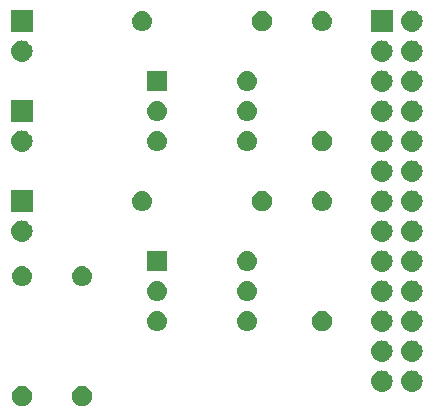
<source format=gbr>
G04 #@! TF.GenerationSoftware,KiCad,Pcbnew,(5.1.4)-1*
G04 #@! TF.CreationDate,2019-10-23T00:51:14+02:00*
G04 #@! TF.ProjectId,rpi_rpm,7270695f-7270-46d2-9e6b-696361645f70,rev?*
G04 #@! TF.SameCoordinates,Original*
G04 #@! TF.FileFunction,Soldermask,Top*
G04 #@! TF.FilePolarity,Negative*
%FSLAX46Y46*%
G04 Gerber Fmt 4.6, Leading zero omitted, Abs format (unit mm)*
G04 Created by KiCad (PCBNEW (5.1.4)-1) date 2019-10-23 00:51:14*
%MOMM*%
%LPD*%
G04 APERTURE LIST*
%ADD10C,0.150000*%
G04 APERTURE END LIST*
D10*
G36*
X142488228Y-98241703D02*
G01*
X142643100Y-98305853D01*
X142782481Y-98398985D01*
X142901015Y-98517519D01*
X142994147Y-98656900D01*
X143058297Y-98811772D01*
X143091000Y-98976184D01*
X143091000Y-99143816D01*
X143058297Y-99308228D01*
X142994147Y-99463100D01*
X142901015Y-99602481D01*
X142782481Y-99721015D01*
X142643100Y-99814147D01*
X142488228Y-99878297D01*
X142323816Y-99911000D01*
X142156184Y-99911000D01*
X141991772Y-99878297D01*
X141836900Y-99814147D01*
X141697519Y-99721015D01*
X141578985Y-99602481D01*
X141485853Y-99463100D01*
X141421703Y-99308228D01*
X141389000Y-99143816D01*
X141389000Y-98976184D01*
X141421703Y-98811772D01*
X141485853Y-98656900D01*
X141578985Y-98517519D01*
X141697519Y-98398985D01*
X141836900Y-98305853D01*
X141991772Y-98241703D01*
X142156184Y-98209000D01*
X142323816Y-98209000D01*
X142488228Y-98241703D01*
X142488228Y-98241703D01*
G37*
G36*
X137408228Y-98241703D02*
G01*
X137563100Y-98305853D01*
X137702481Y-98398985D01*
X137821015Y-98517519D01*
X137914147Y-98656900D01*
X137978297Y-98811772D01*
X138011000Y-98976184D01*
X138011000Y-99143816D01*
X137978297Y-99308228D01*
X137914147Y-99463100D01*
X137821015Y-99602481D01*
X137702481Y-99721015D01*
X137563100Y-99814147D01*
X137408228Y-99878297D01*
X137243816Y-99911000D01*
X137076184Y-99911000D01*
X136911772Y-99878297D01*
X136756900Y-99814147D01*
X136617519Y-99721015D01*
X136498985Y-99602481D01*
X136405853Y-99463100D01*
X136341703Y-99308228D01*
X136309000Y-99143816D01*
X136309000Y-98976184D01*
X136341703Y-98811772D01*
X136405853Y-98656900D01*
X136498985Y-98517519D01*
X136617519Y-98398985D01*
X136756900Y-98305853D01*
X136911772Y-98241703D01*
X137076184Y-98209000D01*
X137243816Y-98209000D01*
X137408228Y-98241703D01*
X137408228Y-98241703D01*
G37*
G36*
X170290442Y-96895518D02*
G01*
X170356627Y-96902037D01*
X170526466Y-96953557D01*
X170682991Y-97037222D01*
X170718729Y-97066552D01*
X170820186Y-97149814D01*
X170903448Y-97251271D01*
X170932778Y-97287009D01*
X171016443Y-97443534D01*
X171067963Y-97613373D01*
X171085359Y-97790000D01*
X171067963Y-97966627D01*
X171016443Y-98136466D01*
X170932778Y-98292991D01*
X170922223Y-98305852D01*
X170820186Y-98430186D01*
X170718729Y-98513448D01*
X170682991Y-98542778D01*
X170526466Y-98626443D01*
X170356627Y-98677963D01*
X170290442Y-98684482D01*
X170224260Y-98691000D01*
X170135740Y-98691000D01*
X170069558Y-98684482D01*
X170003373Y-98677963D01*
X169833534Y-98626443D01*
X169677009Y-98542778D01*
X169641271Y-98513448D01*
X169539814Y-98430186D01*
X169437777Y-98305852D01*
X169427222Y-98292991D01*
X169343557Y-98136466D01*
X169292037Y-97966627D01*
X169274641Y-97790000D01*
X169292037Y-97613373D01*
X169343557Y-97443534D01*
X169427222Y-97287009D01*
X169456552Y-97251271D01*
X169539814Y-97149814D01*
X169641271Y-97066552D01*
X169677009Y-97037222D01*
X169833534Y-96953557D01*
X170003373Y-96902037D01*
X170069558Y-96895518D01*
X170135740Y-96889000D01*
X170224260Y-96889000D01*
X170290442Y-96895518D01*
X170290442Y-96895518D01*
G37*
G36*
X167750442Y-96895518D02*
G01*
X167816627Y-96902037D01*
X167986466Y-96953557D01*
X168142991Y-97037222D01*
X168178729Y-97066552D01*
X168280186Y-97149814D01*
X168363448Y-97251271D01*
X168392778Y-97287009D01*
X168476443Y-97443534D01*
X168527963Y-97613373D01*
X168545359Y-97790000D01*
X168527963Y-97966627D01*
X168476443Y-98136466D01*
X168392778Y-98292991D01*
X168382223Y-98305852D01*
X168280186Y-98430186D01*
X168178729Y-98513448D01*
X168142991Y-98542778D01*
X167986466Y-98626443D01*
X167816627Y-98677963D01*
X167750442Y-98684482D01*
X167684260Y-98691000D01*
X167595740Y-98691000D01*
X167529558Y-98684482D01*
X167463373Y-98677963D01*
X167293534Y-98626443D01*
X167137009Y-98542778D01*
X167101271Y-98513448D01*
X166999814Y-98430186D01*
X166897777Y-98305852D01*
X166887222Y-98292991D01*
X166803557Y-98136466D01*
X166752037Y-97966627D01*
X166734641Y-97790000D01*
X166752037Y-97613373D01*
X166803557Y-97443534D01*
X166887222Y-97287009D01*
X166916552Y-97251271D01*
X166999814Y-97149814D01*
X167101271Y-97066552D01*
X167137009Y-97037222D01*
X167293534Y-96953557D01*
X167463373Y-96902037D01*
X167529558Y-96895518D01*
X167595740Y-96889000D01*
X167684260Y-96889000D01*
X167750442Y-96895518D01*
X167750442Y-96895518D01*
G37*
G36*
X170290442Y-94355518D02*
G01*
X170356627Y-94362037D01*
X170526466Y-94413557D01*
X170682991Y-94497222D01*
X170718729Y-94526552D01*
X170820186Y-94609814D01*
X170903448Y-94711271D01*
X170932778Y-94747009D01*
X171016443Y-94903534D01*
X171067963Y-95073373D01*
X171085359Y-95250000D01*
X171067963Y-95426627D01*
X171016443Y-95596466D01*
X170932778Y-95752991D01*
X170903448Y-95788729D01*
X170820186Y-95890186D01*
X170718729Y-95973448D01*
X170682991Y-96002778D01*
X170526466Y-96086443D01*
X170356627Y-96137963D01*
X170290443Y-96144481D01*
X170224260Y-96151000D01*
X170135740Y-96151000D01*
X170069558Y-96144482D01*
X170003373Y-96137963D01*
X169833534Y-96086443D01*
X169677009Y-96002778D01*
X169641271Y-95973448D01*
X169539814Y-95890186D01*
X169456552Y-95788729D01*
X169427222Y-95752991D01*
X169343557Y-95596466D01*
X169292037Y-95426627D01*
X169274641Y-95250000D01*
X169292037Y-95073373D01*
X169343557Y-94903534D01*
X169427222Y-94747009D01*
X169456552Y-94711271D01*
X169539814Y-94609814D01*
X169641271Y-94526552D01*
X169677009Y-94497222D01*
X169833534Y-94413557D01*
X170003373Y-94362037D01*
X170069557Y-94355519D01*
X170135740Y-94349000D01*
X170224260Y-94349000D01*
X170290442Y-94355518D01*
X170290442Y-94355518D01*
G37*
G36*
X167750442Y-94355518D02*
G01*
X167816627Y-94362037D01*
X167986466Y-94413557D01*
X168142991Y-94497222D01*
X168178729Y-94526552D01*
X168280186Y-94609814D01*
X168363448Y-94711271D01*
X168392778Y-94747009D01*
X168476443Y-94903534D01*
X168527963Y-95073373D01*
X168545359Y-95250000D01*
X168527963Y-95426627D01*
X168476443Y-95596466D01*
X168392778Y-95752991D01*
X168363448Y-95788729D01*
X168280186Y-95890186D01*
X168178729Y-95973448D01*
X168142991Y-96002778D01*
X167986466Y-96086443D01*
X167816627Y-96137963D01*
X167750443Y-96144481D01*
X167684260Y-96151000D01*
X167595740Y-96151000D01*
X167529558Y-96144482D01*
X167463373Y-96137963D01*
X167293534Y-96086443D01*
X167137009Y-96002778D01*
X167101271Y-95973448D01*
X166999814Y-95890186D01*
X166916552Y-95788729D01*
X166887222Y-95752991D01*
X166803557Y-95596466D01*
X166752037Y-95426627D01*
X166734641Y-95250000D01*
X166752037Y-95073373D01*
X166803557Y-94903534D01*
X166887222Y-94747009D01*
X166916552Y-94711271D01*
X166999814Y-94609814D01*
X167101271Y-94526552D01*
X167137009Y-94497222D01*
X167293534Y-94413557D01*
X167463373Y-94362037D01*
X167529557Y-94355519D01*
X167595740Y-94349000D01*
X167684260Y-94349000D01*
X167750442Y-94355518D01*
X167750442Y-94355518D01*
G37*
G36*
X170290442Y-91815518D02*
G01*
X170356627Y-91822037D01*
X170526466Y-91873557D01*
X170682991Y-91957222D01*
X170718729Y-91986552D01*
X170820186Y-92069814D01*
X170900369Y-92167519D01*
X170932778Y-92207009D01*
X171016443Y-92363534D01*
X171067963Y-92533373D01*
X171085359Y-92710000D01*
X171067963Y-92886627D01*
X171016443Y-93056466D01*
X170932778Y-93212991D01*
X170903448Y-93248729D01*
X170820186Y-93350186D01*
X170718729Y-93433448D01*
X170682991Y-93462778D01*
X170526466Y-93546443D01*
X170356627Y-93597963D01*
X170290442Y-93604482D01*
X170224260Y-93611000D01*
X170135740Y-93611000D01*
X170069557Y-93604481D01*
X170003373Y-93597963D01*
X169833534Y-93546443D01*
X169677009Y-93462778D01*
X169641271Y-93433448D01*
X169539814Y-93350186D01*
X169456552Y-93248729D01*
X169427222Y-93212991D01*
X169343557Y-93056466D01*
X169292037Y-92886627D01*
X169274641Y-92710000D01*
X169292037Y-92533373D01*
X169343557Y-92363534D01*
X169427222Y-92207009D01*
X169459631Y-92167519D01*
X169539814Y-92069814D01*
X169641271Y-91986552D01*
X169677009Y-91957222D01*
X169833534Y-91873557D01*
X170003373Y-91822037D01*
X170069558Y-91815518D01*
X170135740Y-91809000D01*
X170224260Y-91809000D01*
X170290442Y-91815518D01*
X170290442Y-91815518D01*
G37*
G36*
X167750442Y-91815518D02*
G01*
X167816627Y-91822037D01*
X167986466Y-91873557D01*
X168142991Y-91957222D01*
X168178729Y-91986552D01*
X168280186Y-92069814D01*
X168360369Y-92167519D01*
X168392778Y-92207009D01*
X168476443Y-92363534D01*
X168527963Y-92533373D01*
X168545359Y-92710000D01*
X168527963Y-92886627D01*
X168476443Y-93056466D01*
X168392778Y-93212991D01*
X168363448Y-93248729D01*
X168280186Y-93350186D01*
X168178729Y-93433448D01*
X168142991Y-93462778D01*
X167986466Y-93546443D01*
X167816627Y-93597963D01*
X167750442Y-93604482D01*
X167684260Y-93611000D01*
X167595740Y-93611000D01*
X167529557Y-93604481D01*
X167463373Y-93597963D01*
X167293534Y-93546443D01*
X167137009Y-93462778D01*
X167101271Y-93433448D01*
X166999814Y-93350186D01*
X166916552Y-93248729D01*
X166887222Y-93212991D01*
X166803557Y-93056466D01*
X166752037Y-92886627D01*
X166734641Y-92710000D01*
X166752037Y-92533373D01*
X166803557Y-92363534D01*
X166887222Y-92207009D01*
X166919631Y-92167519D01*
X166999814Y-92069814D01*
X167101271Y-91986552D01*
X167137009Y-91957222D01*
X167293534Y-91873557D01*
X167463373Y-91822037D01*
X167529558Y-91815518D01*
X167595740Y-91809000D01*
X167684260Y-91809000D01*
X167750442Y-91815518D01*
X167750442Y-91815518D01*
G37*
G36*
X162808228Y-91891703D02*
G01*
X162963100Y-91955853D01*
X163102481Y-92048985D01*
X163221015Y-92167519D01*
X163314147Y-92306900D01*
X163378297Y-92461772D01*
X163411000Y-92626184D01*
X163411000Y-92793816D01*
X163378297Y-92958228D01*
X163314147Y-93113100D01*
X163221015Y-93252481D01*
X163102481Y-93371015D01*
X162963100Y-93464147D01*
X162808228Y-93528297D01*
X162643816Y-93561000D01*
X162476184Y-93561000D01*
X162311772Y-93528297D01*
X162156900Y-93464147D01*
X162017519Y-93371015D01*
X161898985Y-93252481D01*
X161805853Y-93113100D01*
X161741703Y-92958228D01*
X161709000Y-92793816D01*
X161709000Y-92626184D01*
X161741703Y-92461772D01*
X161805853Y-92306900D01*
X161898985Y-92167519D01*
X162017519Y-92048985D01*
X162156900Y-91955853D01*
X162311772Y-91891703D01*
X162476184Y-91859000D01*
X162643816Y-91859000D01*
X162808228Y-91891703D01*
X162808228Y-91891703D01*
G37*
G36*
X148756823Y-91871313D02*
G01*
X148917242Y-91919976D01*
X148984361Y-91955852D01*
X149065078Y-91998996D01*
X149194659Y-92105341D01*
X149301004Y-92234922D01*
X149301005Y-92234924D01*
X149380024Y-92382758D01*
X149428687Y-92543177D01*
X149445117Y-92710000D01*
X149428687Y-92876823D01*
X149380024Y-93037242D01*
X149339477Y-93113100D01*
X149301004Y-93185078D01*
X149194659Y-93314659D01*
X149065078Y-93421004D01*
X149065076Y-93421005D01*
X148917242Y-93500024D01*
X148756823Y-93548687D01*
X148631804Y-93561000D01*
X148548196Y-93561000D01*
X148423177Y-93548687D01*
X148262758Y-93500024D01*
X148114924Y-93421005D01*
X148114922Y-93421004D01*
X147985341Y-93314659D01*
X147878996Y-93185078D01*
X147840523Y-93113100D01*
X147799976Y-93037242D01*
X147751313Y-92876823D01*
X147734883Y-92710000D01*
X147751313Y-92543177D01*
X147799976Y-92382758D01*
X147878995Y-92234924D01*
X147878996Y-92234922D01*
X147985341Y-92105341D01*
X148114922Y-91998996D01*
X148195639Y-91955852D01*
X148262758Y-91919976D01*
X148423177Y-91871313D01*
X148548196Y-91859000D01*
X148631804Y-91859000D01*
X148756823Y-91871313D01*
X148756823Y-91871313D01*
G37*
G36*
X156376823Y-91871313D02*
G01*
X156537242Y-91919976D01*
X156604361Y-91955852D01*
X156685078Y-91998996D01*
X156814659Y-92105341D01*
X156921004Y-92234922D01*
X156921005Y-92234924D01*
X157000024Y-92382758D01*
X157048687Y-92543177D01*
X157065117Y-92710000D01*
X157048687Y-92876823D01*
X157000024Y-93037242D01*
X156959477Y-93113100D01*
X156921004Y-93185078D01*
X156814659Y-93314659D01*
X156685078Y-93421004D01*
X156685076Y-93421005D01*
X156537242Y-93500024D01*
X156376823Y-93548687D01*
X156251804Y-93561000D01*
X156168196Y-93561000D01*
X156043177Y-93548687D01*
X155882758Y-93500024D01*
X155734924Y-93421005D01*
X155734922Y-93421004D01*
X155605341Y-93314659D01*
X155498996Y-93185078D01*
X155460523Y-93113100D01*
X155419976Y-93037242D01*
X155371313Y-92876823D01*
X155354883Y-92710000D01*
X155371313Y-92543177D01*
X155419976Y-92382758D01*
X155498995Y-92234924D01*
X155498996Y-92234922D01*
X155605341Y-92105341D01*
X155734922Y-91998996D01*
X155815639Y-91955852D01*
X155882758Y-91919976D01*
X156043177Y-91871313D01*
X156168196Y-91859000D01*
X156251804Y-91859000D01*
X156376823Y-91871313D01*
X156376823Y-91871313D01*
G37*
G36*
X170290443Y-89275519D02*
G01*
X170356627Y-89282037D01*
X170526466Y-89333557D01*
X170682991Y-89417222D01*
X170718729Y-89446552D01*
X170820186Y-89529814D01*
X170903448Y-89631271D01*
X170932778Y-89667009D01*
X171016443Y-89823534D01*
X171067963Y-89993373D01*
X171085359Y-90170000D01*
X171067963Y-90346627D01*
X171016443Y-90516466D01*
X170932778Y-90672991D01*
X170903448Y-90708729D01*
X170820186Y-90810186D01*
X170718729Y-90893448D01*
X170682991Y-90922778D01*
X170526466Y-91006443D01*
X170356627Y-91057963D01*
X170290442Y-91064482D01*
X170224260Y-91071000D01*
X170135740Y-91071000D01*
X170069558Y-91064482D01*
X170003373Y-91057963D01*
X169833534Y-91006443D01*
X169677009Y-90922778D01*
X169641271Y-90893448D01*
X169539814Y-90810186D01*
X169456552Y-90708729D01*
X169427222Y-90672991D01*
X169343557Y-90516466D01*
X169292037Y-90346627D01*
X169274641Y-90170000D01*
X169292037Y-89993373D01*
X169343557Y-89823534D01*
X169427222Y-89667009D01*
X169456552Y-89631271D01*
X169539814Y-89529814D01*
X169641271Y-89446552D01*
X169677009Y-89417222D01*
X169833534Y-89333557D01*
X170003373Y-89282037D01*
X170069557Y-89275519D01*
X170135740Y-89269000D01*
X170224260Y-89269000D01*
X170290443Y-89275519D01*
X170290443Y-89275519D01*
G37*
G36*
X167750443Y-89275519D02*
G01*
X167816627Y-89282037D01*
X167986466Y-89333557D01*
X168142991Y-89417222D01*
X168178729Y-89446552D01*
X168280186Y-89529814D01*
X168363448Y-89631271D01*
X168392778Y-89667009D01*
X168476443Y-89823534D01*
X168527963Y-89993373D01*
X168545359Y-90170000D01*
X168527963Y-90346627D01*
X168476443Y-90516466D01*
X168392778Y-90672991D01*
X168363448Y-90708729D01*
X168280186Y-90810186D01*
X168178729Y-90893448D01*
X168142991Y-90922778D01*
X167986466Y-91006443D01*
X167816627Y-91057963D01*
X167750442Y-91064482D01*
X167684260Y-91071000D01*
X167595740Y-91071000D01*
X167529558Y-91064482D01*
X167463373Y-91057963D01*
X167293534Y-91006443D01*
X167137009Y-90922778D01*
X167101271Y-90893448D01*
X166999814Y-90810186D01*
X166916552Y-90708729D01*
X166887222Y-90672991D01*
X166803557Y-90516466D01*
X166752037Y-90346627D01*
X166734641Y-90170000D01*
X166752037Y-89993373D01*
X166803557Y-89823534D01*
X166887222Y-89667009D01*
X166916552Y-89631271D01*
X166999814Y-89529814D01*
X167101271Y-89446552D01*
X167137009Y-89417222D01*
X167293534Y-89333557D01*
X167463373Y-89282037D01*
X167529557Y-89275519D01*
X167595740Y-89269000D01*
X167684260Y-89269000D01*
X167750443Y-89275519D01*
X167750443Y-89275519D01*
G37*
G36*
X148756823Y-89331313D02*
G01*
X148917242Y-89379976D01*
X148986922Y-89417221D01*
X149065078Y-89458996D01*
X149194659Y-89565341D01*
X149301004Y-89694922D01*
X149301005Y-89694924D01*
X149380024Y-89842758D01*
X149428687Y-90003177D01*
X149445117Y-90170000D01*
X149428687Y-90336823D01*
X149380024Y-90497242D01*
X149369747Y-90516468D01*
X149301004Y-90645078D01*
X149194659Y-90774659D01*
X149065078Y-90881004D01*
X149065076Y-90881005D01*
X148917242Y-90960024D01*
X148756823Y-91008687D01*
X148631804Y-91021000D01*
X148548196Y-91021000D01*
X148423177Y-91008687D01*
X148262758Y-90960024D01*
X148114924Y-90881005D01*
X148114922Y-90881004D01*
X147985341Y-90774659D01*
X147878996Y-90645078D01*
X147810253Y-90516468D01*
X147799976Y-90497242D01*
X147751313Y-90336823D01*
X147734883Y-90170000D01*
X147751313Y-90003177D01*
X147799976Y-89842758D01*
X147878995Y-89694924D01*
X147878996Y-89694922D01*
X147985341Y-89565341D01*
X148114922Y-89458996D01*
X148193078Y-89417221D01*
X148262758Y-89379976D01*
X148423177Y-89331313D01*
X148548196Y-89319000D01*
X148631804Y-89319000D01*
X148756823Y-89331313D01*
X148756823Y-89331313D01*
G37*
G36*
X156376823Y-89331313D02*
G01*
X156537242Y-89379976D01*
X156606922Y-89417221D01*
X156685078Y-89458996D01*
X156814659Y-89565341D01*
X156921004Y-89694922D01*
X156921005Y-89694924D01*
X157000024Y-89842758D01*
X157048687Y-90003177D01*
X157065117Y-90170000D01*
X157048687Y-90336823D01*
X157000024Y-90497242D01*
X156989747Y-90516468D01*
X156921004Y-90645078D01*
X156814659Y-90774659D01*
X156685078Y-90881004D01*
X156685076Y-90881005D01*
X156537242Y-90960024D01*
X156376823Y-91008687D01*
X156251804Y-91021000D01*
X156168196Y-91021000D01*
X156043177Y-91008687D01*
X155882758Y-90960024D01*
X155734924Y-90881005D01*
X155734922Y-90881004D01*
X155605341Y-90774659D01*
X155498996Y-90645078D01*
X155430253Y-90516468D01*
X155419976Y-90497242D01*
X155371313Y-90336823D01*
X155354883Y-90170000D01*
X155371313Y-90003177D01*
X155419976Y-89842758D01*
X155498995Y-89694924D01*
X155498996Y-89694922D01*
X155605341Y-89565341D01*
X155734922Y-89458996D01*
X155813078Y-89417221D01*
X155882758Y-89379976D01*
X156043177Y-89331313D01*
X156168196Y-89319000D01*
X156251804Y-89319000D01*
X156376823Y-89331313D01*
X156376823Y-89331313D01*
G37*
G36*
X137326823Y-88061313D02*
G01*
X137487242Y-88109976D01*
X137619906Y-88180886D01*
X137635078Y-88188996D01*
X137764659Y-88295341D01*
X137871004Y-88424922D01*
X137871005Y-88424924D01*
X137950024Y-88572758D01*
X137998687Y-88733177D01*
X138015117Y-88900000D01*
X137998687Y-89066823D01*
X137950024Y-89227242D01*
X137920735Y-89282037D01*
X137871004Y-89375078D01*
X137764659Y-89504659D01*
X137635078Y-89611004D01*
X137635076Y-89611005D01*
X137487242Y-89690024D01*
X137326823Y-89738687D01*
X137201804Y-89751000D01*
X137118196Y-89751000D01*
X136993177Y-89738687D01*
X136832758Y-89690024D01*
X136684924Y-89611005D01*
X136684922Y-89611004D01*
X136555341Y-89504659D01*
X136448996Y-89375078D01*
X136399265Y-89282037D01*
X136369976Y-89227242D01*
X136321313Y-89066823D01*
X136304883Y-88900000D01*
X136321313Y-88733177D01*
X136369976Y-88572758D01*
X136448995Y-88424924D01*
X136448996Y-88424922D01*
X136555341Y-88295341D01*
X136684922Y-88188996D01*
X136700094Y-88180886D01*
X136832758Y-88109976D01*
X136993177Y-88061313D01*
X137118196Y-88049000D01*
X137201804Y-88049000D01*
X137326823Y-88061313D01*
X137326823Y-88061313D01*
G37*
G36*
X142406823Y-88061313D02*
G01*
X142567242Y-88109976D01*
X142699906Y-88180886D01*
X142715078Y-88188996D01*
X142844659Y-88295341D01*
X142951004Y-88424922D01*
X142951005Y-88424924D01*
X143030024Y-88572758D01*
X143078687Y-88733177D01*
X143095117Y-88900000D01*
X143078687Y-89066823D01*
X143030024Y-89227242D01*
X143000735Y-89282037D01*
X142951004Y-89375078D01*
X142844659Y-89504659D01*
X142715078Y-89611004D01*
X142715076Y-89611005D01*
X142567242Y-89690024D01*
X142406823Y-89738687D01*
X142281804Y-89751000D01*
X142198196Y-89751000D01*
X142073177Y-89738687D01*
X141912758Y-89690024D01*
X141764924Y-89611005D01*
X141764922Y-89611004D01*
X141635341Y-89504659D01*
X141528996Y-89375078D01*
X141479265Y-89282037D01*
X141449976Y-89227242D01*
X141401313Y-89066823D01*
X141384883Y-88900000D01*
X141401313Y-88733177D01*
X141449976Y-88572758D01*
X141528995Y-88424924D01*
X141528996Y-88424922D01*
X141635341Y-88295341D01*
X141764922Y-88188996D01*
X141780094Y-88180886D01*
X141912758Y-88109976D01*
X142073177Y-88061313D01*
X142198196Y-88049000D01*
X142281804Y-88049000D01*
X142406823Y-88061313D01*
X142406823Y-88061313D01*
G37*
G36*
X167750442Y-86735518D02*
G01*
X167816627Y-86742037D01*
X167986466Y-86793557D01*
X168142991Y-86877222D01*
X168178729Y-86906552D01*
X168280186Y-86989814D01*
X168363448Y-87091271D01*
X168392778Y-87127009D01*
X168476443Y-87283534D01*
X168527963Y-87453373D01*
X168545359Y-87630000D01*
X168527963Y-87806627D01*
X168476443Y-87976466D01*
X168392778Y-88132991D01*
X168363448Y-88168729D01*
X168280186Y-88270186D01*
X168178729Y-88353448D01*
X168142991Y-88382778D01*
X167986466Y-88466443D01*
X167816627Y-88517963D01*
X167750442Y-88524482D01*
X167684260Y-88531000D01*
X167595740Y-88531000D01*
X167529558Y-88524482D01*
X167463373Y-88517963D01*
X167293534Y-88466443D01*
X167137009Y-88382778D01*
X167101271Y-88353448D01*
X166999814Y-88270186D01*
X166916552Y-88168729D01*
X166887222Y-88132991D01*
X166803557Y-87976466D01*
X166752037Y-87806627D01*
X166734641Y-87630000D01*
X166752037Y-87453373D01*
X166803557Y-87283534D01*
X166887222Y-87127009D01*
X166916552Y-87091271D01*
X166999814Y-86989814D01*
X167101271Y-86906552D01*
X167137009Y-86877222D01*
X167293534Y-86793557D01*
X167463373Y-86742037D01*
X167529558Y-86735518D01*
X167595740Y-86729000D01*
X167684260Y-86729000D01*
X167750442Y-86735518D01*
X167750442Y-86735518D01*
G37*
G36*
X170290442Y-86735518D02*
G01*
X170356627Y-86742037D01*
X170526466Y-86793557D01*
X170682991Y-86877222D01*
X170718729Y-86906552D01*
X170820186Y-86989814D01*
X170903448Y-87091271D01*
X170932778Y-87127009D01*
X171016443Y-87283534D01*
X171067963Y-87453373D01*
X171085359Y-87630000D01*
X171067963Y-87806627D01*
X171016443Y-87976466D01*
X170932778Y-88132991D01*
X170903448Y-88168729D01*
X170820186Y-88270186D01*
X170718729Y-88353448D01*
X170682991Y-88382778D01*
X170526466Y-88466443D01*
X170356627Y-88517963D01*
X170290442Y-88524482D01*
X170224260Y-88531000D01*
X170135740Y-88531000D01*
X170069558Y-88524482D01*
X170003373Y-88517963D01*
X169833534Y-88466443D01*
X169677009Y-88382778D01*
X169641271Y-88353448D01*
X169539814Y-88270186D01*
X169456552Y-88168729D01*
X169427222Y-88132991D01*
X169343557Y-87976466D01*
X169292037Y-87806627D01*
X169274641Y-87630000D01*
X169292037Y-87453373D01*
X169343557Y-87283534D01*
X169427222Y-87127009D01*
X169456552Y-87091271D01*
X169539814Y-86989814D01*
X169641271Y-86906552D01*
X169677009Y-86877222D01*
X169833534Y-86793557D01*
X170003373Y-86742037D01*
X170069558Y-86735518D01*
X170135740Y-86729000D01*
X170224260Y-86729000D01*
X170290442Y-86735518D01*
X170290442Y-86735518D01*
G37*
G36*
X156376823Y-86791313D02*
G01*
X156537242Y-86839976D01*
X156606922Y-86877221D01*
X156685078Y-86918996D01*
X156814659Y-87025341D01*
X156921004Y-87154922D01*
X156921005Y-87154924D01*
X157000024Y-87302758D01*
X157048687Y-87463177D01*
X157065117Y-87630000D01*
X157048687Y-87796823D01*
X157000024Y-87957242D01*
X156989747Y-87976468D01*
X156921004Y-88105078D01*
X156814659Y-88234659D01*
X156685078Y-88341004D01*
X156685076Y-88341005D01*
X156537242Y-88420024D01*
X156376823Y-88468687D01*
X156251804Y-88481000D01*
X156168196Y-88481000D01*
X156043177Y-88468687D01*
X155882758Y-88420024D01*
X155734924Y-88341005D01*
X155734922Y-88341004D01*
X155605341Y-88234659D01*
X155498996Y-88105078D01*
X155430253Y-87976468D01*
X155419976Y-87957242D01*
X155371313Y-87796823D01*
X155354883Y-87630000D01*
X155371313Y-87463177D01*
X155419976Y-87302758D01*
X155498995Y-87154924D01*
X155498996Y-87154922D01*
X155605341Y-87025341D01*
X155734922Y-86918996D01*
X155813078Y-86877221D01*
X155882758Y-86839976D01*
X156043177Y-86791313D01*
X156168196Y-86779000D01*
X156251804Y-86779000D01*
X156376823Y-86791313D01*
X156376823Y-86791313D01*
G37*
G36*
X149441000Y-88481000D02*
G01*
X147739000Y-88481000D01*
X147739000Y-86779000D01*
X149441000Y-86779000D01*
X149441000Y-88481000D01*
X149441000Y-88481000D01*
G37*
G36*
X167750442Y-84195518D02*
G01*
X167816627Y-84202037D01*
X167986466Y-84253557D01*
X168142991Y-84337222D01*
X168178729Y-84366552D01*
X168280186Y-84449814D01*
X168363448Y-84551271D01*
X168392778Y-84587009D01*
X168476443Y-84743534D01*
X168527963Y-84913373D01*
X168545359Y-85090000D01*
X168527963Y-85266627D01*
X168476443Y-85436466D01*
X168392778Y-85592991D01*
X168363448Y-85628729D01*
X168280186Y-85730186D01*
X168178729Y-85813448D01*
X168142991Y-85842778D01*
X167986466Y-85926443D01*
X167816627Y-85977963D01*
X167750442Y-85984482D01*
X167684260Y-85991000D01*
X167595740Y-85991000D01*
X167529558Y-85984482D01*
X167463373Y-85977963D01*
X167293534Y-85926443D01*
X167137009Y-85842778D01*
X167101271Y-85813448D01*
X166999814Y-85730186D01*
X166916552Y-85628729D01*
X166887222Y-85592991D01*
X166803557Y-85436466D01*
X166752037Y-85266627D01*
X166734641Y-85090000D01*
X166752037Y-84913373D01*
X166803557Y-84743534D01*
X166887222Y-84587009D01*
X166916552Y-84551271D01*
X166999814Y-84449814D01*
X167101271Y-84366552D01*
X167137009Y-84337222D01*
X167293534Y-84253557D01*
X167463373Y-84202037D01*
X167529558Y-84195518D01*
X167595740Y-84189000D01*
X167684260Y-84189000D01*
X167750442Y-84195518D01*
X167750442Y-84195518D01*
G37*
G36*
X170290442Y-84195518D02*
G01*
X170356627Y-84202037D01*
X170526466Y-84253557D01*
X170682991Y-84337222D01*
X170718729Y-84366552D01*
X170820186Y-84449814D01*
X170903448Y-84551271D01*
X170932778Y-84587009D01*
X171016443Y-84743534D01*
X171067963Y-84913373D01*
X171085359Y-85090000D01*
X171067963Y-85266627D01*
X171016443Y-85436466D01*
X170932778Y-85592991D01*
X170903448Y-85628729D01*
X170820186Y-85730186D01*
X170718729Y-85813448D01*
X170682991Y-85842778D01*
X170526466Y-85926443D01*
X170356627Y-85977963D01*
X170290442Y-85984482D01*
X170224260Y-85991000D01*
X170135740Y-85991000D01*
X170069558Y-85984482D01*
X170003373Y-85977963D01*
X169833534Y-85926443D01*
X169677009Y-85842778D01*
X169641271Y-85813448D01*
X169539814Y-85730186D01*
X169456552Y-85628729D01*
X169427222Y-85592991D01*
X169343557Y-85436466D01*
X169292037Y-85266627D01*
X169274641Y-85090000D01*
X169292037Y-84913373D01*
X169343557Y-84743534D01*
X169427222Y-84587009D01*
X169456552Y-84551271D01*
X169539814Y-84449814D01*
X169641271Y-84366552D01*
X169677009Y-84337222D01*
X169833534Y-84253557D01*
X170003373Y-84202037D01*
X170069558Y-84195518D01*
X170135740Y-84189000D01*
X170224260Y-84189000D01*
X170290442Y-84195518D01*
X170290442Y-84195518D01*
G37*
G36*
X137270442Y-84195518D02*
G01*
X137336627Y-84202037D01*
X137506466Y-84253557D01*
X137662991Y-84337222D01*
X137698729Y-84366552D01*
X137800186Y-84449814D01*
X137883448Y-84551271D01*
X137912778Y-84587009D01*
X137996443Y-84743534D01*
X138047963Y-84913373D01*
X138065359Y-85090000D01*
X138047963Y-85266627D01*
X137996443Y-85436466D01*
X137912778Y-85592991D01*
X137883448Y-85628729D01*
X137800186Y-85730186D01*
X137698729Y-85813448D01*
X137662991Y-85842778D01*
X137506466Y-85926443D01*
X137336627Y-85977963D01*
X137270442Y-85984482D01*
X137204260Y-85991000D01*
X137115740Y-85991000D01*
X137049558Y-85984482D01*
X136983373Y-85977963D01*
X136813534Y-85926443D01*
X136657009Y-85842778D01*
X136621271Y-85813448D01*
X136519814Y-85730186D01*
X136436552Y-85628729D01*
X136407222Y-85592991D01*
X136323557Y-85436466D01*
X136272037Y-85266627D01*
X136254641Y-85090000D01*
X136272037Y-84913373D01*
X136323557Y-84743534D01*
X136407222Y-84587009D01*
X136436552Y-84551271D01*
X136519814Y-84449814D01*
X136621271Y-84366552D01*
X136657009Y-84337222D01*
X136813534Y-84253557D01*
X136983373Y-84202037D01*
X137049558Y-84195518D01*
X137115740Y-84189000D01*
X137204260Y-84189000D01*
X137270442Y-84195518D01*
X137270442Y-84195518D01*
G37*
G36*
X170290443Y-81655519D02*
G01*
X170356627Y-81662037D01*
X170526466Y-81713557D01*
X170682991Y-81797222D01*
X170718729Y-81826552D01*
X170820186Y-81909814D01*
X170900369Y-82007519D01*
X170932778Y-82047009D01*
X171016443Y-82203534D01*
X171067963Y-82373373D01*
X171085359Y-82550000D01*
X171067963Y-82726627D01*
X171016443Y-82896466D01*
X170932778Y-83052991D01*
X170903448Y-83088729D01*
X170820186Y-83190186D01*
X170718729Y-83273448D01*
X170682991Y-83302778D01*
X170526466Y-83386443D01*
X170356627Y-83437963D01*
X170290443Y-83444481D01*
X170224260Y-83451000D01*
X170135740Y-83451000D01*
X170069557Y-83444481D01*
X170003373Y-83437963D01*
X169833534Y-83386443D01*
X169677009Y-83302778D01*
X169641271Y-83273448D01*
X169539814Y-83190186D01*
X169456552Y-83088729D01*
X169427222Y-83052991D01*
X169343557Y-82896466D01*
X169292037Y-82726627D01*
X169274641Y-82550000D01*
X169292037Y-82373373D01*
X169343557Y-82203534D01*
X169427222Y-82047009D01*
X169459631Y-82007519D01*
X169539814Y-81909814D01*
X169641271Y-81826552D01*
X169677009Y-81797222D01*
X169833534Y-81713557D01*
X170003373Y-81662037D01*
X170069557Y-81655519D01*
X170135740Y-81649000D01*
X170224260Y-81649000D01*
X170290443Y-81655519D01*
X170290443Y-81655519D01*
G37*
G36*
X167750443Y-81655519D02*
G01*
X167816627Y-81662037D01*
X167986466Y-81713557D01*
X168142991Y-81797222D01*
X168178729Y-81826552D01*
X168280186Y-81909814D01*
X168360369Y-82007519D01*
X168392778Y-82047009D01*
X168476443Y-82203534D01*
X168527963Y-82373373D01*
X168545359Y-82550000D01*
X168527963Y-82726627D01*
X168476443Y-82896466D01*
X168392778Y-83052991D01*
X168363448Y-83088729D01*
X168280186Y-83190186D01*
X168178729Y-83273448D01*
X168142991Y-83302778D01*
X167986466Y-83386443D01*
X167816627Y-83437963D01*
X167750443Y-83444481D01*
X167684260Y-83451000D01*
X167595740Y-83451000D01*
X167529557Y-83444481D01*
X167463373Y-83437963D01*
X167293534Y-83386443D01*
X167137009Y-83302778D01*
X167101271Y-83273448D01*
X166999814Y-83190186D01*
X166916552Y-83088729D01*
X166887222Y-83052991D01*
X166803557Y-82896466D01*
X166752037Y-82726627D01*
X166734641Y-82550000D01*
X166752037Y-82373373D01*
X166803557Y-82203534D01*
X166887222Y-82047009D01*
X166919631Y-82007519D01*
X166999814Y-81909814D01*
X167101271Y-81826552D01*
X167137009Y-81797222D01*
X167293534Y-81713557D01*
X167463373Y-81662037D01*
X167529557Y-81655519D01*
X167595740Y-81649000D01*
X167684260Y-81649000D01*
X167750443Y-81655519D01*
X167750443Y-81655519D01*
G37*
G36*
X138061000Y-83451000D02*
G01*
X136259000Y-83451000D01*
X136259000Y-81649000D01*
X138061000Y-81649000D01*
X138061000Y-83451000D01*
X138061000Y-83451000D01*
G37*
G36*
X157728228Y-81731703D02*
G01*
X157883100Y-81795853D01*
X158022481Y-81888985D01*
X158141015Y-82007519D01*
X158234147Y-82146900D01*
X158298297Y-82301772D01*
X158331000Y-82466184D01*
X158331000Y-82633816D01*
X158298297Y-82798228D01*
X158234147Y-82953100D01*
X158141015Y-83092481D01*
X158022481Y-83211015D01*
X157883100Y-83304147D01*
X157728228Y-83368297D01*
X157563816Y-83401000D01*
X157396184Y-83401000D01*
X157231772Y-83368297D01*
X157076900Y-83304147D01*
X156937519Y-83211015D01*
X156818985Y-83092481D01*
X156725853Y-82953100D01*
X156661703Y-82798228D01*
X156629000Y-82633816D01*
X156629000Y-82466184D01*
X156661703Y-82301772D01*
X156725853Y-82146900D01*
X156818985Y-82007519D01*
X156937519Y-81888985D01*
X157076900Y-81795853D01*
X157231772Y-81731703D01*
X157396184Y-81699000D01*
X157563816Y-81699000D01*
X157728228Y-81731703D01*
X157728228Y-81731703D01*
G37*
G36*
X147486823Y-81711313D02*
G01*
X147647242Y-81759976D01*
X147714361Y-81795852D01*
X147795078Y-81838996D01*
X147924659Y-81945341D01*
X148031004Y-82074922D01*
X148031005Y-82074924D01*
X148110024Y-82222758D01*
X148158687Y-82383177D01*
X148175117Y-82550000D01*
X148158687Y-82716823D01*
X148110024Y-82877242D01*
X148069477Y-82953100D01*
X148031004Y-83025078D01*
X147924659Y-83154659D01*
X147795078Y-83261004D01*
X147795076Y-83261005D01*
X147647242Y-83340024D01*
X147486823Y-83388687D01*
X147361804Y-83401000D01*
X147278196Y-83401000D01*
X147153177Y-83388687D01*
X146992758Y-83340024D01*
X146844924Y-83261005D01*
X146844922Y-83261004D01*
X146715341Y-83154659D01*
X146608996Y-83025078D01*
X146570523Y-82953100D01*
X146529976Y-82877242D01*
X146481313Y-82716823D01*
X146464883Y-82550000D01*
X146481313Y-82383177D01*
X146529976Y-82222758D01*
X146608995Y-82074924D01*
X146608996Y-82074922D01*
X146715341Y-81945341D01*
X146844922Y-81838996D01*
X146925639Y-81795852D01*
X146992758Y-81759976D01*
X147153177Y-81711313D01*
X147278196Y-81699000D01*
X147361804Y-81699000D01*
X147486823Y-81711313D01*
X147486823Y-81711313D01*
G37*
G36*
X162726823Y-81711313D02*
G01*
X162887242Y-81759976D01*
X162954361Y-81795852D01*
X163035078Y-81838996D01*
X163164659Y-81945341D01*
X163271004Y-82074922D01*
X163271005Y-82074924D01*
X163350024Y-82222758D01*
X163398687Y-82383177D01*
X163415117Y-82550000D01*
X163398687Y-82716823D01*
X163350024Y-82877242D01*
X163309477Y-82953100D01*
X163271004Y-83025078D01*
X163164659Y-83154659D01*
X163035078Y-83261004D01*
X163035076Y-83261005D01*
X162887242Y-83340024D01*
X162726823Y-83388687D01*
X162601804Y-83401000D01*
X162518196Y-83401000D01*
X162393177Y-83388687D01*
X162232758Y-83340024D01*
X162084924Y-83261005D01*
X162084922Y-83261004D01*
X161955341Y-83154659D01*
X161848996Y-83025078D01*
X161810523Y-82953100D01*
X161769976Y-82877242D01*
X161721313Y-82716823D01*
X161704883Y-82550000D01*
X161721313Y-82383177D01*
X161769976Y-82222758D01*
X161848995Y-82074924D01*
X161848996Y-82074922D01*
X161955341Y-81945341D01*
X162084922Y-81838996D01*
X162165639Y-81795852D01*
X162232758Y-81759976D01*
X162393177Y-81711313D01*
X162518196Y-81699000D01*
X162601804Y-81699000D01*
X162726823Y-81711313D01*
X162726823Y-81711313D01*
G37*
G36*
X167750443Y-79115519D02*
G01*
X167816627Y-79122037D01*
X167986466Y-79173557D01*
X168142991Y-79257222D01*
X168178729Y-79286552D01*
X168280186Y-79369814D01*
X168363448Y-79471271D01*
X168392778Y-79507009D01*
X168476443Y-79663534D01*
X168527963Y-79833373D01*
X168545359Y-80010000D01*
X168527963Y-80186627D01*
X168476443Y-80356466D01*
X168392778Y-80512991D01*
X168363448Y-80548729D01*
X168280186Y-80650186D01*
X168178729Y-80733448D01*
X168142991Y-80762778D01*
X167986466Y-80846443D01*
X167816627Y-80897963D01*
X167750442Y-80904482D01*
X167684260Y-80911000D01*
X167595740Y-80911000D01*
X167529558Y-80904482D01*
X167463373Y-80897963D01*
X167293534Y-80846443D01*
X167137009Y-80762778D01*
X167101271Y-80733448D01*
X166999814Y-80650186D01*
X166916552Y-80548729D01*
X166887222Y-80512991D01*
X166803557Y-80356466D01*
X166752037Y-80186627D01*
X166734641Y-80010000D01*
X166752037Y-79833373D01*
X166803557Y-79663534D01*
X166887222Y-79507009D01*
X166916552Y-79471271D01*
X166999814Y-79369814D01*
X167101271Y-79286552D01*
X167137009Y-79257222D01*
X167293534Y-79173557D01*
X167463373Y-79122037D01*
X167529557Y-79115519D01*
X167595740Y-79109000D01*
X167684260Y-79109000D01*
X167750443Y-79115519D01*
X167750443Y-79115519D01*
G37*
G36*
X170290443Y-79115519D02*
G01*
X170356627Y-79122037D01*
X170526466Y-79173557D01*
X170682991Y-79257222D01*
X170718729Y-79286552D01*
X170820186Y-79369814D01*
X170903448Y-79471271D01*
X170932778Y-79507009D01*
X171016443Y-79663534D01*
X171067963Y-79833373D01*
X171085359Y-80010000D01*
X171067963Y-80186627D01*
X171016443Y-80356466D01*
X170932778Y-80512991D01*
X170903448Y-80548729D01*
X170820186Y-80650186D01*
X170718729Y-80733448D01*
X170682991Y-80762778D01*
X170526466Y-80846443D01*
X170356627Y-80897963D01*
X170290442Y-80904482D01*
X170224260Y-80911000D01*
X170135740Y-80911000D01*
X170069558Y-80904482D01*
X170003373Y-80897963D01*
X169833534Y-80846443D01*
X169677009Y-80762778D01*
X169641271Y-80733448D01*
X169539814Y-80650186D01*
X169456552Y-80548729D01*
X169427222Y-80512991D01*
X169343557Y-80356466D01*
X169292037Y-80186627D01*
X169274641Y-80010000D01*
X169292037Y-79833373D01*
X169343557Y-79663534D01*
X169427222Y-79507009D01*
X169456552Y-79471271D01*
X169539814Y-79369814D01*
X169641271Y-79286552D01*
X169677009Y-79257222D01*
X169833534Y-79173557D01*
X170003373Y-79122037D01*
X170069557Y-79115519D01*
X170135740Y-79109000D01*
X170224260Y-79109000D01*
X170290443Y-79115519D01*
X170290443Y-79115519D01*
G37*
G36*
X170290443Y-76575519D02*
G01*
X170356627Y-76582037D01*
X170526466Y-76633557D01*
X170682991Y-76717222D01*
X170718729Y-76746552D01*
X170820186Y-76829814D01*
X170900369Y-76927519D01*
X170932778Y-76967009D01*
X171016443Y-77123534D01*
X171067963Y-77293373D01*
X171085359Y-77470000D01*
X171067963Y-77646627D01*
X171016443Y-77816466D01*
X170932778Y-77972991D01*
X170903448Y-78008729D01*
X170820186Y-78110186D01*
X170718729Y-78193448D01*
X170682991Y-78222778D01*
X170526466Y-78306443D01*
X170356627Y-78357963D01*
X170290443Y-78364481D01*
X170224260Y-78371000D01*
X170135740Y-78371000D01*
X170069557Y-78364481D01*
X170003373Y-78357963D01*
X169833534Y-78306443D01*
X169677009Y-78222778D01*
X169641271Y-78193448D01*
X169539814Y-78110186D01*
X169456552Y-78008729D01*
X169427222Y-77972991D01*
X169343557Y-77816466D01*
X169292037Y-77646627D01*
X169274641Y-77470000D01*
X169292037Y-77293373D01*
X169343557Y-77123534D01*
X169427222Y-76967009D01*
X169459631Y-76927519D01*
X169539814Y-76829814D01*
X169641271Y-76746552D01*
X169677009Y-76717222D01*
X169833534Y-76633557D01*
X170003373Y-76582037D01*
X170069557Y-76575519D01*
X170135740Y-76569000D01*
X170224260Y-76569000D01*
X170290443Y-76575519D01*
X170290443Y-76575519D01*
G37*
G36*
X167750443Y-76575519D02*
G01*
X167816627Y-76582037D01*
X167986466Y-76633557D01*
X168142991Y-76717222D01*
X168178729Y-76746552D01*
X168280186Y-76829814D01*
X168360369Y-76927519D01*
X168392778Y-76967009D01*
X168476443Y-77123534D01*
X168527963Y-77293373D01*
X168545359Y-77470000D01*
X168527963Y-77646627D01*
X168476443Y-77816466D01*
X168392778Y-77972991D01*
X168363448Y-78008729D01*
X168280186Y-78110186D01*
X168178729Y-78193448D01*
X168142991Y-78222778D01*
X167986466Y-78306443D01*
X167816627Y-78357963D01*
X167750443Y-78364481D01*
X167684260Y-78371000D01*
X167595740Y-78371000D01*
X167529557Y-78364481D01*
X167463373Y-78357963D01*
X167293534Y-78306443D01*
X167137009Y-78222778D01*
X167101271Y-78193448D01*
X166999814Y-78110186D01*
X166916552Y-78008729D01*
X166887222Y-77972991D01*
X166803557Y-77816466D01*
X166752037Y-77646627D01*
X166734641Y-77470000D01*
X166752037Y-77293373D01*
X166803557Y-77123534D01*
X166887222Y-76967009D01*
X166919631Y-76927519D01*
X166999814Y-76829814D01*
X167101271Y-76746552D01*
X167137009Y-76717222D01*
X167293534Y-76633557D01*
X167463373Y-76582037D01*
X167529557Y-76575519D01*
X167595740Y-76569000D01*
X167684260Y-76569000D01*
X167750443Y-76575519D01*
X167750443Y-76575519D01*
G37*
G36*
X137270443Y-76575519D02*
G01*
X137336627Y-76582037D01*
X137506466Y-76633557D01*
X137662991Y-76717222D01*
X137698729Y-76746552D01*
X137800186Y-76829814D01*
X137880369Y-76927519D01*
X137912778Y-76967009D01*
X137996443Y-77123534D01*
X138047963Y-77293373D01*
X138065359Y-77470000D01*
X138047963Y-77646627D01*
X137996443Y-77816466D01*
X137912778Y-77972991D01*
X137883448Y-78008729D01*
X137800186Y-78110186D01*
X137698729Y-78193448D01*
X137662991Y-78222778D01*
X137506466Y-78306443D01*
X137336627Y-78357963D01*
X137270443Y-78364481D01*
X137204260Y-78371000D01*
X137115740Y-78371000D01*
X137049557Y-78364481D01*
X136983373Y-78357963D01*
X136813534Y-78306443D01*
X136657009Y-78222778D01*
X136621271Y-78193448D01*
X136519814Y-78110186D01*
X136436552Y-78008729D01*
X136407222Y-77972991D01*
X136323557Y-77816466D01*
X136272037Y-77646627D01*
X136254641Y-77470000D01*
X136272037Y-77293373D01*
X136323557Y-77123534D01*
X136407222Y-76967009D01*
X136439631Y-76927519D01*
X136519814Y-76829814D01*
X136621271Y-76746552D01*
X136657009Y-76717222D01*
X136813534Y-76633557D01*
X136983373Y-76582037D01*
X137049557Y-76575519D01*
X137115740Y-76569000D01*
X137204260Y-76569000D01*
X137270443Y-76575519D01*
X137270443Y-76575519D01*
G37*
G36*
X162808228Y-76651703D02*
G01*
X162963100Y-76715853D01*
X163102481Y-76808985D01*
X163221015Y-76927519D01*
X163314147Y-77066900D01*
X163378297Y-77221772D01*
X163411000Y-77386184D01*
X163411000Y-77553816D01*
X163378297Y-77718228D01*
X163314147Y-77873100D01*
X163221015Y-78012481D01*
X163102481Y-78131015D01*
X162963100Y-78224147D01*
X162808228Y-78288297D01*
X162643816Y-78321000D01*
X162476184Y-78321000D01*
X162311772Y-78288297D01*
X162156900Y-78224147D01*
X162017519Y-78131015D01*
X161898985Y-78012481D01*
X161805853Y-77873100D01*
X161741703Y-77718228D01*
X161709000Y-77553816D01*
X161709000Y-77386184D01*
X161741703Y-77221772D01*
X161805853Y-77066900D01*
X161898985Y-76927519D01*
X162017519Y-76808985D01*
X162156900Y-76715853D01*
X162311772Y-76651703D01*
X162476184Y-76619000D01*
X162643816Y-76619000D01*
X162808228Y-76651703D01*
X162808228Y-76651703D01*
G37*
G36*
X156376823Y-76631313D02*
G01*
X156537242Y-76679976D01*
X156604361Y-76715852D01*
X156685078Y-76758996D01*
X156814659Y-76865341D01*
X156921004Y-76994922D01*
X156921005Y-76994924D01*
X157000024Y-77142758D01*
X157048687Y-77303177D01*
X157065117Y-77470000D01*
X157048687Y-77636823D01*
X157000024Y-77797242D01*
X156959477Y-77873100D01*
X156921004Y-77945078D01*
X156814659Y-78074659D01*
X156685078Y-78181004D01*
X156685076Y-78181005D01*
X156537242Y-78260024D01*
X156376823Y-78308687D01*
X156251804Y-78321000D01*
X156168196Y-78321000D01*
X156043177Y-78308687D01*
X155882758Y-78260024D01*
X155734924Y-78181005D01*
X155734922Y-78181004D01*
X155605341Y-78074659D01*
X155498996Y-77945078D01*
X155460523Y-77873100D01*
X155419976Y-77797242D01*
X155371313Y-77636823D01*
X155354883Y-77470000D01*
X155371313Y-77303177D01*
X155419976Y-77142758D01*
X155498995Y-76994924D01*
X155498996Y-76994922D01*
X155605341Y-76865341D01*
X155734922Y-76758996D01*
X155815639Y-76715852D01*
X155882758Y-76679976D01*
X156043177Y-76631313D01*
X156168196Y-76619000D01*
X156251804Y-76619000D01*
X156376823Y-76631313D01*
X156376823Y-76631313D01*
G37*
G36*
X148756823Y-76631313D02*
G01*
X148917242Y-76679976D01*
X148984361Y-76715852D01*
X149065078Y-76758996D01*
X149194659Y-76865341D01*
X149301004Y-76994922D01*
X149301005Y-76994924D01*
X149380024Y-77142758D01*
X149428687Y-77303177D01*
X149445117Y-77470000D01*
X149428687Y-77636823D01*
X149380024Y-77797242D01*
X149339477Y-77873100D01*
X149301004Y-77945078D01*
X149194659Y-78074659D01*
X149065078Y-78181004D01*
X149065076Y-78181005D01*
X148917242Y-78260024D01*
X148756823Y-78308687D01*
X148631804Y-78321000D01*
X148548196Y-78321000D01*
X148423177Y-78308687D01*
X148262758Y-78260024D01*
X148114924Y-78181005D01*
X148114922Y-78181004D01*
X147985341Y-78074659D01*
X147878996Y-77945078D01*
X147840523Y-77873100D01*
X147799976Y-77797242D01*
X147751313Y-77636823D01*
X147734883Y-77470000D01*
X147751313Y-77303177D01*
X147799976Y-77142758D01*
X147878995Y-76994924D01*
X147878996Y-76994922D01*
X147985341Y-76865341D01*
X148114922Y-76758996D01*
X148195639Y-76715852D01*
X148262758Y-76679976D01*
X148423177Y-76631313D01*
X148548196Y-76619000D01*
X148631804Y-76619000D01*
X148756823Y-76631313D01*
X148756823Y-76631313D01*
G37*
G36*
X167750442Y-74035518D02*
G01*
X167816627Y-74042037D01*
X167986466Y-74093557D01*
X168142991Y-74177222D01*
X168178729Y-74206552D01*
X168280186Y-74289814D01*
X168363448Y-74391271D01*
X168392778Y-74427009D01*
X168476443Y-74583534D01*
X168527963Y-74753373D01*
X168545359Y-74930000D01*
X168527963Y-75106627D01*
X168476443Y-75276466D01*
X168392778Y-75432991D01*
X168363448Y-75468729D01*
X168280186Y-75570186D01*
X168178729Y-75653448D01*
X168142991Y-75682778D01*
X167986466Y-75766443D01*
X167816627Y-75817963D01*
X167750442Y-75824482D01*
X167684260Y-75831000D01*
X167595740Y-75831000D01*
X167529558Y-75824482D01*
X167463373Y-75817963D01*
X167293534Y-75766443D01*
X167137009Y-75682778D01*
X167101271Y-75653448D01*
X166999814Y-75570186D01*
X166916552Y-75468729D01*
X166887222Y-75432991D01*
X166803557Y-75276466D01*
X166752037Y-75106627D01*
X166734641Y-74930000D01*
X166752037Y-74753373D01*
X166803557Y-74583534D01*
X166887222Y-74427009D01*
X166916552Y-74391271D01*
X166999814Y-74289814D01*
X167101271Y-74206552D01*
X167137009Y-74177222D01*
X167293534Y-74093557D01*
X167463373Y-74042037D01*
X167529558Y-74035518D01*
X167595740Y-74029000D01*
X167684260Y-74029000D01*
X167750442Y-74035518D01*
X167750442Y-74035518D01*
G37*
G36*
X138061000Y-75831000D02*
G01*
X136259000Y-75831000D01*
X136259000Y-74029000D01*
X138061000Y-74029000D01*
X138061000Y-75831000D01*
X138061000Y-75831000D01*
G37*
G36*
X170290442Y-74035518D02*
G01*
X170356627Y-74042037D01*
X170526466Y-74093557D01*
X170682991Y-74177222D01*
X170718729Y-74206552D01*
X170820186Y-74289814D01*
X170903448Y-74391271D01*
X170932778Y-74427009D01*
X171016443Y-74583534D01*
X171067963Y-74753373D01*
X171085359Y-74930000D01*
X171067963Y-75106627D01*
X171016443Y-75276466D01*
X170932778Y-75432991D01*
X170903448Y-75468729D01*
X170820186Y-75570186D01*
X170718729Y-75653448D01*
X170682991Y-75682778D01*
X170526466Y-75766443D01*
X170356627Y-75817963D01*
X170290442Y-75824482D01*
X170224260Y-75831000D01*
X170135740Y-75831000D01*
X170069558Y-75824482D01*
X170003373Y-75817963D01*
X169833534Y-75766443D01*
X169677009Y-75682778D01*
X169641271Y-75653448D01*
X169539814Y-75570186D01*
X169456552Y-75468729D01*
X169427222Y-75432991D01*
X169343557Y-75276466D01*
X169292037Y-75106627D01*
X169274641Y-74930000D01*
X169292037Y-74753373D01*
X169343557Y-74583534D01*
X169427222Y-74427009D01*
X169456552Y-74391271D01*
X169539814Y-74289814D01*
X169641271Y-74206552D01*
X169677009Y-74177222D01*
X169833534Y-74093557D01*
X170003373Y-74042037D01*
X170069558Y-74035518D01*
X170135740Y-74029000D01*
X170224260Y-74029000D01*
X170290442Y-74035518D01*
X170290442Y-74035518D01*
G37*
G36*
X148756823Y-74091313D02*
G01*
X148917242Y-74139976D01*
X148986922Y-74177221D01*
X149065078Y-74218996D01*
X149194659Y-74325341D01*
X149301004Y-74454922D01*
X149301005Y-74454924D01*
X149380024Y-74602758D01*
X149428687Y-74763177D01*
X149445117Y-74930000D01*
X149428687Y-75096823D01*
X149380024Y-75257242D01*
X149369747Y-75276468D01*
X149301004Y-75405078D01*
X149194659Y-75534659D01*
X149065078Y-75641004D01*
X149065076Y-75641005D01*
X148917242Y-75720024D01*
X148756823Y-75768687D01*
X148631804Y-75781000D01*
X148548196Y-75781000D01*
X148423177Y-75768687D01*
X148262758Y-75720024D01*
X148114924Y-75641005D01*
X148114922Y-75641004D01*
X147985341Y-75534659D01*
X147878996Y-75405078D01*
X147810253Y-75276468D01*
X147799976Y-75257242D01*
X147751313Y-75096823D01*
X147734883Y-74930000D01*
X147751313Y-74763177D01*
X147799976Y-74602758D01*
X147878995Y-74454924D01*
X147878996Y-74454922D01*
X147985341Y-74325341D01*
X148114922Y-74218996D01*
X148193078Y-74177221D01*
X148262758Y-74139976D01*
X148423177Y-74091313D01*
X148548196Y-74079000D01*
X148631804Y-74079000D01*
X148756823Y-74091313D01*
X148756823Y-74091313D01*
G37*
G36*
X156376823Y-74091313D02*
G01*
X156537242Y-74139976D01*
X156606922Y-74177221D01*
X156685078Y-74218996D01*
X156814659Y-74325341D01*
X156921004Y-74454922D01*
X156921005Y-74454924D01*
X157000024Y-74602758D01*
X157048687Y-74763177D01*
X157065117Y-74930000D01*
X157048687Y-75096823D01*
X157000024Y-75257242D01*
X156989747Y-75276468D01*
X156921004Y-75405078D01*
X156814659Y-75534659D01*
X156685078Y-75641004D01*
X156685076Y-75641005D01*
X156537242Y-75720024D01*
X156376823Y-75768687D01*
X156251804Y-75781000D01*
X156168196Y-75781000D01*
X156043177Y-75768687D01*
X155882758Y-75720024D01*
X155734924Y-75641005D01*
X155734922Y-75641004D01*
X155605341Y-75534659D01*
X155498996Y-75405078D01*
X155430253Y-75276468D01*
X155419976Y-75257242D01*
X155371313Y-75096823D01*
X155354883Y-74930000D01*
X155371313Y-74763177D01*
X155419976Y-74602758D01*
X155498995Y-74454924D01*
X155498996Y-74454922D01*
X155605341Y-74325341D01*
X155734922Y-74218996D01*
X155813078Y-74177221D01*
X155882758Y-74139976D01*
X156043177Y-74091313D01*
X156168196Y-74079000D01*
X156251804Y-74079000D01*
X156376823Y-74091313D01*
X156376823Y-74091313D01*
G37*
G36*
X170290443Y-71495519D02*
G01*
X170356627Y-71502037D01*
X170526466Y-71553557D01*
X170682991Y-71637222D01*
X170718729Y-71666552D01*
X170820186Y-71749814D01*
X170903448Y-71851271D01*
X170932778Y-71887009D01*
X171016443Y-72043534D01*
X171067963Y-72213373D01*
X171085359Y-72390000D01*
X171067963Y-72566627D01*
X171016443Y-72736466D01*
X170932778Y-72892991D01*
X170903448Y-72928729D01*
X170820186Y-73030186D01*
X170718729Y-73113448D01*
X170682991Y-73142778D01*
X170526466Y-73226443D01*
X170356627Y-73277963D01*
X170290443Y-73284481D01*
X170224260Y-73291000D01*
X170135740Y-73291000D01*
X170069557Y-73284481D01*
X170003373Y-73277963D01*
X169833534Y-73226443D01*
X169677009Y-73142778D01*
X169641271Y-73113448D01*
X169539814Y-73030186D01*
X169456552Y-72928729D01*
X169427222Y-72892991D01*
X169343557Y-72736466D01*
X169292037Y-72566627D01*
X169274641Y-72390000D01*
X169292037Y-72213373D01*
X169343557Y-72043534D01*
X169427222Y-71887009D01*
X169456552Y-71851271D01*
X169539814Y-71749814D01*
X169641271Y-71666552D01*
X169677009Y-71637222D01*
X169833534Y-71553557D01*
X170003373Y-71502037D01*
X170069557Y-71495519D01*
X170135740Y-71489000D01*
X170224260Y-71489000D01*
X170290443Y-71495519D01*
X170290443Y-71495519D01*
G37*
G36*
X167750443Y-71495519D02*
G01*
X167816627Y-71502037D01*
X167986466Y-71553557D01*
X168142991Y-71637222D01*
X168178729Y-71666552D01*
X168280186Y-71749814D01*
X168363448Y-71851271D01*
X168392778Y-71887009D01*
X168476443Y-72043534D01*
X168527963Y-72213373D01*
X168545359Y-72390000D01*
X168527963Y-72566627D01*
X168476443Y-72736466D01*
X168392778Y-72892991D01*
X168363448Y-72928729D01*
X168280186Y-73030186D01*
X168178729Y-73113448D01*
X168142991Y-73142778D01*
X167986466Y-73226443D01*
X167816627Y-73277963D01*
X167750443Y-73284481D01*
X167684260Y-73291000D01*
X167595740Y-73291000D01*
X167529557Y-73284481D01*
X167463373Y-73277963D01*
X167293534Y-73226443D01*
X167137009Y-73142778D01*
X167101271Y-73113448D01*
X166999814Y-73030186D01*
X166916552Y-72928729D01*
X166887222Y-72892991D01*
X166803557Y-72736466D01*
X166752037Y-72566627D01*
X166734641Y-72390000D01*
X166752037Y-72213373D01*
X166803557Y-72043534D01*
X166887222Y-71887009D01*
X166916552Y-71851271D01*
X166999814Y-71749814D01*
X167101271Y-71666552D01*
X167137009Y-71637222D01*
X167293534Y-71553557D01*
X167463373Y-71502037D01*
X167529557Y-71495519D01*
X167595740Y-71489000D01*
X167684260Y-71489000D01*
X167750443Y-71495519D01*
X167750443Y-71495519D01*
G37*
G36*
X149441000Y-73241000D02*
G01*
X147739000Y-73241000D01*
X147739000Y-71539000D01*
X149441000Y-71539000D01*
X149441000Y-73241000D01*
X149441000Y-73241000D01*
G37*
G36*
X156376823Y-71551313D02*
G01*
X156537242Y-71599976D01*
X156606922Y-71637221D01*
X156685078Y-71678996D01*
X156814659Y-71785341D01*
X156921004Y-71914922D01*
X156921005Y-71914924D01*
X157000024Y-72062758D01*
X157048687Y-72223177D01*
X157065117Y-72390000D01*
X157048687Y-72556823D01*
X157000024Y-72717242D01*
X156989747Y-72736468D01*
X156921004Y-72865078D01*
X156814659Y-72994659D01*
X156685078Y-73101004D01*
X156685076Y-73101005D01*
X156537242Y-73180024D01*
X156376823Y-73228687D01*
X156251804Y-73241000D01*
X156168196Y-73241000D01*
X156043177Y-73228687D01*
X155882758Y-73180024D01*
X155734924Y-73101005D01*
X155734922Y-73101004D01*
X155605341Y-72994659D01*
X155498996Y-72865078D01*
X155430253Y-72736468D01*
X155419976Y-72717242D01*
X155371313Y-72556823D01*
X155354883Y-72390000D01*
X155371313Y-72223177D01*
X155419976Y-72062758D01*
X155498995Y-71914924D01*
X155498996Y-71914922D01*
X155605341Y-71785341D01*
X155734922Y-71678996D01*
X155813078Y-71637221D01*
X155882758Y-71599976D01*
X156043177Y-71551313D01*
X156168196Y-71539000D01*
X156251804Y-71539000D01*
X156376823Y-71551313D01*
X156376823Y-71551313D01*
G37*
G36*
X167750443Y-68955519D02*
G01*
X167816627Y-68962037D01*
X167986466Y-69013557D01*
X168142991Y-69097222D01*
X168178729Y-69126552D01*
X168280186Y-69209814D01*
X168363448Y-69311271D01*
X168392778Y-69347009D01*
X168476443Y-69503534D01*
X168527963Y-69673373D01*
X168545359Y-69850000D01*
X168527963Y-70026627D01*
X168476443Y-70196466D01*
X168392778Y-70352991D01*
X168363448Y-70388729D01*
X168280186Y-70490186D01*
X168178729Y-70573448D01*
X168142991Y-70602778D01*
X167986466Y-70686443D01*
X167816627Y-70737963D01*
X167750443Y-70744481D01*
X167684260Y-70751000D01*
X167595740Y-70751000D01*
X167529557Y-70744481D01*
X167463373Y-70737963D01*
X167293534Y-70686443D01*
X167137009Y-70602778D01*
X167101271Y-70573448D01*
X166999814Y-70490186D01*
X166916552Y-70388729D01*
X166887222Y-70352991D01*
X166803557Y-70196466D01*
X166752037Y-70026627D01*
X166734641Y-69850000D01*
X166752037Y-69673373D01*
X166803557Y-69503534D01*
X166887222Y-69347009D01*
X166916552Y-69311271D01*
X166999814Y-69209814D01*
X167101271Y-69126552D01*
X167137009Y-69097222D01*
X167293534Y-69013557D01*
X167463373Y-68962037D01*
X167529557Y-68955519D01*
X167595740Y-68949000D01*
X167684260Y-68949000D01*
X167750443Y-68955519D01*
X167750443Y-68955519D01*
G37*
G36*
X137270443Y-68955519D02*
G01*
X137336627Y-68962037D01*
X137506466Y-69013557D01*
X137662991Y-69097222D01*
X137698729Y-69126552D01*
X137800186Y-69209814D01*
X137883448Y-69311271D01*
X137912778Y-69347009D01*
X137996443Y-69503534D01*
X138047963Y-69673373D01*
X138065359Y-69850000D01*
X138047963Y-70026627D01*
X137996443Y-70196466D01*
X137912778Y-70352991D01*
X137883448Y-70388729D01*
X137800186Y-70490186D01*
X137698729Y-70573448D01*
X137662991Y-70602778D01*
X137506466Y-70686443D01*
X137336627Y-70737963D01*
X137270443Y-70744481D01*
X137204260Y-70751000D01*
X137115740Y-70751000D01*
X137049557Y-70744481D01*
X136983373Y-70737963D01*
X136813534Y-70686443D01*
X136657009Y-70602778D01*
X136621271Y-70573448D01*
X136519814Y-70490186D01*
X136436552Y-70388729D01*
X136407222Y-70352991D01*
X136323557Y-70196466D01*
X136272037Y-70026627D01*
X136254641Y-69850000D01*
X136272037Y-69673373D01*
X136323557Y-69503534D01*
X136407222Y-69347009D01*
X136436552Y-69311271D01*
X136519814Y-69209814D01*
X136621271Y-69126552D01*
X136657009Y-69097222D01*
X136813534Y-69013557D01*
X136983373Y-68962037D01*
X137049557Y-68955519D01*
X137115740Y-68949000D01*
X137204260Y-68949000D01*
X137270443Y-68955519D01*
X137270443Y-68955519D01*
G37*
G36*
X170290443Y-68955519D02*
G01*
X170356627Y-68962037D01*
X170526466Y-69013557D01*
X170682991Y-69097222D01*
X170718729Y-69126552D01*
X170820186Y-69209814D01*
X170903448Y-69311271D01*
X170932778Y-69347009D01*
X171016443Y-69503534D01*
X171067963Y-69673373D01*
X171085359Y-69850000D01*
X171067963Y-70026627D01*
X171016443Y-70196466D01*
X170932778Y-70352991D01*
X170903448Y-70388729D01*
X170820186Y-70490186D01*
X170718729Y-70573448D01*
X170682991Y-70602778D01*
X170526466Y-70686443D01*
X170356627Y-70737963D01*
X170290443Y-70744481D01*
X170224260Y-70751000D01*
X170135740Y-70751000D01*
X170069557Y-70744481D01*
X170003373Y-70737963D01*
X169833534Y-70686443D01*
X169677009Y-70602778D01*
X169641271Y-70573448D01*
X169539814Y-70490186D01*
X169456552Y-70388729D01*
X169427222Y-70352991D01*
X169343557Y-70196466D01*
X169292037Y-70026627D01*
X169274641Y-69850000D01*
X169292037Y-69673373D01*
X169343557Y-69503534D01*
X169427222Y-69347009D01*
X169456552Y-69311271D01*
X169539814Y-69209814D01*
X169641271Y-69126552D01*
X169677009Y-69097222D01*
X169833534Y-69013557D01*
X170003373Y-68962037D01*
X170069557Y-68955519D01*
X170135740Y-68949000D01*
X170224260Y-68949000D01*
X170290443Y-68955519D01*
X170290443Y-68955519D01*
G37*
G36*
X138061000Y-68211000D02*
G01*
X136259000Y-68211000D01*
X136259000Y-66409000D01*
X138061000Y-66409000D01*
X138061000Y-68211000D01*
X138061000Y-68211000D01*
G37*
G36*
X168541000Y-68211000D02*
G01*
X166739000Y-68211000D01*
X166739000Y-66409000D01*
X168541000Y-66409000D01*
X168541000Y-68211000D01*
X168541000Y-68211000D01*
G37*
G36*
X170290443Y-66415519D02*
G01*
X170356627Y-66422037D01*
X170526466Y-66473557D01*
X170682991Y-66557222D01*
X170718729Y-66586552D01*
X170820186Y-66669814D01*
X170900369Y-66767519D01*
X170932778Y-66807009D01*
X171016443Y-66963534D01*
X171067963Y-67133373D01*
X171085359Y-67310000D01*
X171067963Y-67486627D01*
X171016443Y-67656466D01*
X170932778Y-67812991D01*
X170903448Y-67848729D01*
X170820186Y-67950186D01*
X170718729Y-68033448D01*
X170682991Y-68062778D01*
X170526466Y-68146443D01*
X170356627Y-68197963D01*
X170290443Y-68204481D01*
X170224260Y-68211000D01*
X170135740Y-68211000D01*
X170069557Y-68204481D01*
X170003373Y-68197963D01*
X169833534Y-68146443D01*
X169677009Y-68062778D01*
X169641271Y-68033448D01*
X169539814Y-67950186D01*
X169456552Y-67848729D01*
X169427222Y-67812991D01*
X169343557Y-67656466D01*
X169292037Y-67486627D01*
X169274641Y-67310000D01*
X169292037Y-67133373D01*
X169343557Y-66963534D01*
X169427222Y-66807009D01*
X169459631Y-66767519D01*
X169539814Y-66669814D01*
X169641271Y-66586552D01*
X169677009Y-66557222D01*
X169833534Y-66473557D01*
X170003373Y-66422037D01*
X170069557Y-66415519D01*
X170135740Y-66409000D01*
X170224260Y-66409000D01*
X170290443Y-66415519D01*
X170290443Y-66415519D01*
G37*
G36*
X147486823Y-66471313D02*
G01*
X147647242Y-66519976D01*
X147714361Y-66555852D01*
X147795078Y-66598996D01*
X147924659Y-66705341D01*
X148031004Y-66834922D01*
X148031005Y-66834924D01*
X148110024Y-66982758D01*
X148158687Y-67143177D01*
X148175117Y-67310000D01*
X148158687Y-67476823D01*
X148110024Y-67637242D01*
X148069477Y-67713100D01*
X148031004Y-67785078D01*
X147924659Y-67914659D01*
X147795078Y-68021004D01*
X147795076Y-68021005D01*
X147647242Y-68100024D01*
X147486823Y-68148687D01*
X147361804Y-68161000D01*
X147278196Y-68161000D01*
X147153177Y-68148687D01*
X146992758Y-68100024D01*
X146844924Y-68021005D01*
X146844922Y-68021004D01*
X146715341Y-67914659D01*
X146608996Y-67785078D01*
X146570523Y-67713100D01*
X146529976Y-67637242D01*
X146481313Y-67476823D01*
X146464883Y-67310000D01*
X146481313Y-67143177D01*
X146529976Y-66982758D01*
X146608995Y-66834924D01*
X146608996Y-66834922D01*
X146715341Y-66705341D01*
X146844922Y-66598996D01*
X146925639Y-66555852D01*
X146992758Y-66519976D01*
X147153177Y-66471313D01*
X147278196Y-66459000D01*
X147361804Y-66459000D01*
X147486823Y-66471313D01*
X147486823Y-66471313D01*
G37*
G36*
X157728228Y-66491703D02*
G01*
X157883100Y-66555853D01*
X158022481Y-66648985D01*
X158141015Y-66767519D01*
X158234147Y-66906900D01*
X158298297Y-67061772D01*
X158331000Y-67226184D01*
X158331000Y-67393816D01*
X158298297Y-67558228D01*
X158234147Y-67713100D01*
X158141015Y-67852481D01*
X158022481Y-67971015D01*
X157883100Y-68064147D01*
X157728228Y-68128297D01*
X157563816Y-68161000D01*
X157396184Y-68161000D01*
X157231772Y-68128297D01*
X157076900Y-68064147D01*
X156937519Y-67971015D01*
X156818985Y-67852481D01*
X156725853Y-67713100D01*
X156661703Y-67558228D01*
X156629000Y-67393816D01*
X156629000Y-67226184D01*
X156661703Y-67061772D01*
X156725853Y-66906900D01*
X156818985Y-66767519D01*
X156937519Y-66648985D01*
X157076900Y-66555853D01*
X157231772Y-66491703D01*
X157396184Y-66459000D01*
X157563816Y-66459000D01*
X157728228Y-66491703D01*
X157728228Y-66491703D01*
G37*
G36*
X162726823Y-66471313D02*
G01*
X162887242Y-66519976D01*
X162954361Y-66555852D01*
X163035078Y-66598996D01*
X163164659Y-66705341D01*
X163271004Y-66834922D01*
X163271005Y-66834924D01*
X163350024Y-66982758D01*
X163398687Y-67143177D01*
X163415117Y-67310000D01*
X163398687Y-67476823D01*
X163350024Y-67637242D01*
X163309477Y-67713100D01*
X163271004Y-67785078D01*
X163164659Y-67914659D01*
X163035078Y-68021004D01*
X163035076Y-68021005D01*
X162887242Y-68100024D01*
X162726823Y-68148687D01*
X162601804Y-68161000D01*
X162518196Y-68161000D01*
X162393177Y-68148687D01*
X162232758Y-68100024D01*
X162084924Y-68021005D01*
X162084922Y-68021004D01*
X161955341Y-67914659D01*
X161848996Y-67785078D01*
X161810523Y-67713100D01*
X161769976Y-67637242D01*
X161721313Y-67476823D01*
X161704883Y-67310000D01*
X161721313Y-67143177D01*
X161769976Y-66982758D01*
X161848995Y-66834924D01*
X161848996Y-66834922D01*
X161955341Y-66705341D01*
X162084922Y-66598996D01*
X162165639Y-66555852D01*
X162232758Y-66519976D01*
X162393177Y-66471313D01*
X162518196Y-66459000D01*
X162601804Y-66459000D01*
X162726823Y-66471313D01*
X162726823Y-66471313D01*
G37*
M02*

</source>
